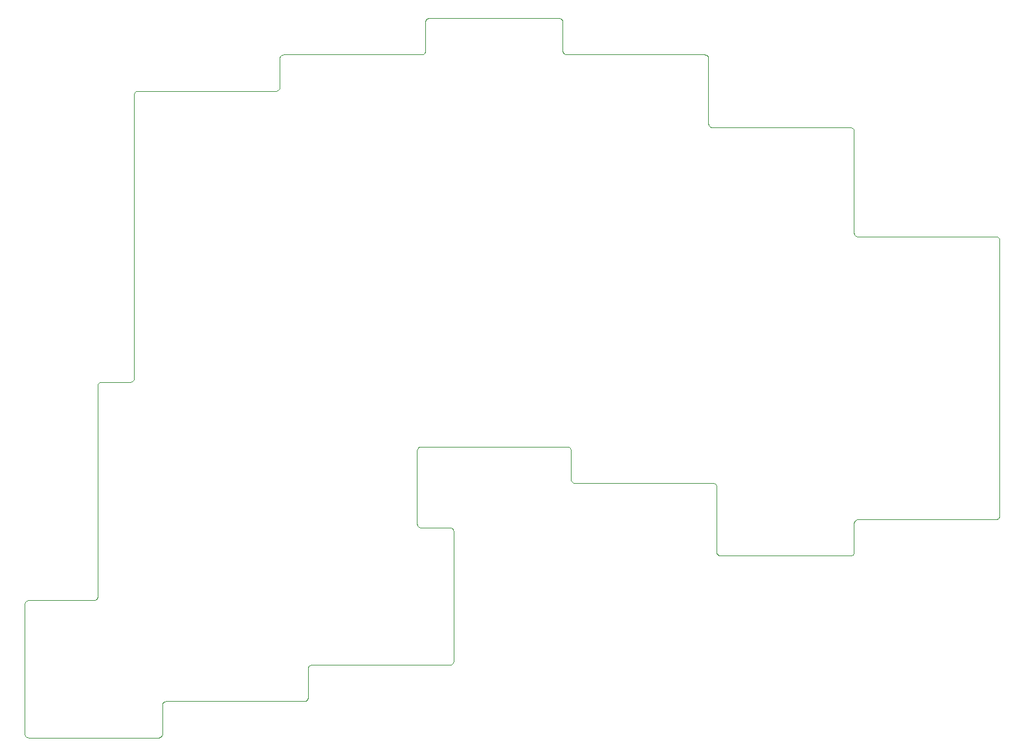
<source format=gm1>
G04 #@! TF.GenerationSoftware,KiCad,Pcbnew,5.1.10-88a1d61d58~88~ubuntu18.04.1*
G04 #@! TF.CreationDate,2021-07-26T22:38:52+03:00*
G04 #@! TF.ProjectId,pcb,7063622e-6b69-4636-9164-5f7063625858,rev?*
G04 #@! TF.SameCoordinates,Original*
G04 #@! TF.FileFunction,Profile,NP*
%FSLAX46Y46*%
G04 Gerber Fmt 4.6, Leading zero omitted, Abs format (unit mm)*
G04 Created by KiCad (PCBNEW 5.1.10-88a1d61d58~88~ubuntu18.04.1) date 2021-07-26 22:38:52*
%MOMM*%
%LPD*%
G01*
G04 APERTURE LIST*
G04 #@! TA.AperFunction,Profile*
%ADD10C,0.100000*%
G04 #@! TD*
G04 APERTURE END LIST*
D10*
X42887000Y80427500D02*
X24853000Y80427500D01*
X42888900Y80427600D02*
X42887000Y80427500D01*
X42981700Y80436300D02*
X42888900Y80427600D01*
X42983900Y80436700D02*
X42981700Y80436300D01*
X43044400Y80452300D02*
X42983900Y80436700D01*
X43046000Y80452800D02*
X43044400Y80452300D01*
X43103800Y80475700D02*
X43046000Y80452800D01*
X43105400Y80476400D02*
X43103800Y80475700D01*
X43159900Y80506400D02*
X43105400Y80476400D01*
X43161500Y80507400D02*
X43159900Y80506400D01*
X43211800Y80544000D02*
X43161500Y80507400D01*
X43213200Y80545100D02*
X43211800Y80544000D01*
X43258700Y80587800D02*
X43213200Y80545100D01*
X43259800Y80589000D02*
X43258700Y80587800D01*
X43299500Y80637000D02*
X43259800Y80589000D01*
X43300600Y80638600D02*
X43299500Y80637000D01*
X43333800Y80690900D02*
X43300600Y80638600D01*
X43334900Y80692700D02*
X43333800Y80690900D01*
X43361300Y80748800D02*
X43334900Y80692700D01*
X43362000Y80750700D02*
X43361300Y80748800D01*
X43381200Y80809600D02*
X43362000Y80750700D01*
X43381700Y80811600D02*
X43381200Y80809600D01*
X43393300Y80872600D02*
X43381700Y80811600D01*
X43393600Y80874600D02*
X43393300Y80872600D01*
X43397400Y80936600D02*
X43393600Y80874600D01*
X43397500Y80937900D02*
X43397400Y80936600D01*
X43397500Y84675400D02*
X43397500Y80937900D01*
X43397500Y84676400D02*
X43397500Y84675400D01*
X43409100Y84798700D02*
X43397500Y84676400D01*
X43409400Y84800200D02*
X43409100Y84798700D01*
X43422300Y84850500D02*
X43409400Y84800200D01*
X43422700Y84851700D02*
X43422300Y84850500D01*
X43444800Y84907600D02*
X43422700Y84851700D01*
X43445300Y84908700D02*
X43444800Y84907600D01*
X43474300Y84961500D02*
X43445300Y84908700D01*
X43475000Y84962600D02*
X43474300Y84961500D01*
X43510300Y85011200D02*
X43475000Y84962600D01*
X43511100Y85012100D02*
X43510300Y85011200D01*
X43552300Y85056000D02*
X43511100Y85012100D01*
X43553300Y85056900D02*
X43552300Y85056000D01*
X43599600Y85095200D02*
X43553300Y85056900D01*
X43600600Y85096000D02*
X43599600Y85095200D01*
X43651300Y85128200D02*
X43600600Y85096000D01*
X43652400Y85128800D02*
X43651300Y85128200D01*
X43706900Y85154400D02*
X43652400Y85128800D01*
X43708100Y85154800D02*
X43706900Y85154400D01*
X43765100Y85173400D02*
X43708100Y85154800D01*
X43766400Y85173700D02*
X43765100Y85173400D01*
X43825700Y85185000D02*
X43766400Y85173700D01*
X43827000Y85185200D02*
X43825700Y85185000D01*
X43903000Y85190000D02*
X43827000Y85185200D01*
X60862900Y85190000D02*
X43903000Y85190000D01*
X60863900Y85189900D02*
X60862900Y85190000D01*
X60986200Y85178400D02*
X60863900Y85189900D01*
X60987700Y85178100D02*
X60986200Y85178400D01*
X61038000Y85165200D02*
X60987700Y85178100D01*
X61039200Y85164800D02*
X61038000Y85165200D01*
X61095100Y85142700D02*
X61039200Y85164800D01*
X61096200Y85142100D02*
X61095100Y85142700D01*
X61149000Y85113100D02*
X61096200Y85142100D01*
X61150100Y85112500D02*
X61149000Y85113100D01*
X61198700Y85077100D02*
X61150100Y85112500D01*
X61199600Y85076300D02*
X61198700Y85077100D01*
X61243500Y85035100D02*
X61199600Y85076300D01*
X61244400Y85034200D02*
X61243500Y85035100D01*
X61282700Y84987900D02*
X61244400Y85034200D01*
X61283500Y84986800D02*
X61282700Y84987900D01*
X61315700Y84936100D02*
X61283500Y84986800D01*
X61316300Y84935000D02*
X61315700Y84936100D01*
X61341900Y84880600D02*
X61316300Y84935000D01*
X61342300Y84879400D02*
X61341900Y84880600D01*
X61360900Y84822300D02*
X61342300Y84879400D01*
X61361200Y84821100D02*
X61360900Y84822300D01*
X61372500Y84761700D02*
X61361200Y84821100D01*
X61372700Y84760500D02*
X61372500Y84761700D01*
X61377500Y84684500D02*
X61372700Y84760500D01*
X61377500Y80938000D02*
X61377500Y84684500D01*
X61377600Y80936100D02*
X61377500Y80938000D01*
X61386300Y80843300D02*
X61377600Y80936100D01*
X61386700Y80841100D02*
X61386300Y80843300D01*
X61402300Y80780500D02*
X61386700Y80841100D01*
X61402800Y80779000D02*
X61402300Y80780500D01*
X61425700Y80721200D02*
X61402800Y80779000D01*
X61426400Y80719600D02*
X61425700Y80721200D01*
X61456400Y80665100D02*
X61426400Y80719600D01*
X61457400Y80663500D02*
X61456400Y80665100D01*
X61494000Y80613200D02*
X61457400Y80663500D01*
X61495100Y80611800D02*
X61494000Y80613200D01*
X61537800Y80566300D02*
X61495100Y80611800D01*
X61539000Y80565200D02*
X61537800Y80566300D01*
X61587000Y80525500D02*
X61539000Y80565200D01*
X61588600Y80524300D02*
X61587000Y80525500D01*
X61640900Y80491100D02*
X61588600Y80524300D01*
X61642700Y80490100D02*
X61640900Y80491100D01*
X61698800Y80463700D02*
X61642700Y80490100D01*
X61700700Y80463000D02*
X61698800Y80463700D01*
X61759600Y80443800D02*
X61700700Y80463000D01*
X61761600Y80443300D02*
X61759600Y80443800D01*
X61822600Y80431700D02*
X61761600Y80443300D01*
X61824600Y80431400D02*
X61822600Y80431700D01*
X61886700Y80427500D02*
X61824600Y80431400D01*
X61887900Y80427500D02*
X61886700Y80427500D01*
X79912900Y80427500D02*
X61887900Y80427500D01*
X79913900Y80427400D02*
X79912900Y80427500D01*
X80036200Y80415900D02*
X79913900Y80427400D01*
X80037700Y80415600D02*
X80036200Y80415900D01*
X80088000Y80402700D02*
X80037700Y80415600D01*
X80089200Y80402300D02*
X80088000Y80402700D01*
X80145100Y80380200D02*
X80089200Y80402300D01*
X80146200Y80379600D02*
X80145100Y80380200D01*
X80199000Y80350600D02*
X80146200Y80379600D01*
X80200100Y80350000D02*
X80199000Y80350600D01*
X80248700Y80314600D02*
X80200100Y80350000D01*
X80249600Y80313800D02*
X80248700Y80314600D01*
X80293500Y80272600D02*
X80249600Y80313800D01*
X80294400Y80271700D02*
X80293500Y80272600D01*
X80332700Y80225400D02*
X80294400Y80271700D01*
X80333500Y80224300D02*
X80332700Y80225400D01*
X80365700Y80173600D02*
X80333500Y80224300D01*
X80366300Y80172500D02*
X80365700Y80173600D01*
X80391900Y80118100D02*
X80366300Y80172500D01*
X80392300Y80116900D02*
X80391900Y80118100D01*
X80410900Y80059800D02*
X80392300Y80116900D01*
X80411200Y80058600D02*
X80410900Y80059800D01*
X80422500Y79999200D02*
X80411200Y80058600D01*
X80422700Y79998000D02*
X80422500Y79999200D01*
X80427500Y79922000D02*
X80422700Y79998000D01*
X80427500Y71413000D02*
X80427500Y79922000D01*
X80427600Y71411100D02*
X80427500Y71413000D01*
X80436300Y71318300D02*
X80427600Y71411100D01*
X80436700Y71316100D02*
X80436300Y71318300D01*
X80452300Y71255500D02*
X80436700Y71316100D01*
X80452800Y71254000D02*
X80452300Y71255500D01*
X80475700Y71196200D02*
X80452800Y71254000D01*
X80476400Y71194600D02*
X80475700Y71196200D01*
X80506400Y71140100D02*
X80476400Y71194600D01*
X80507400Y71138500D02*
X80506400Y71140100D01*
X80544000Y71088200D02*
X80507400Y71138500D01*
X80545100Y71086800D02*
X80544000Y71088200D01*
X80587800Y71041300D02*
X80545100Y71086800D01*
X80589000Y71040200D02*
X80587800Y71041300D01*
X80637000Y71000500D02*
X80589000Y71040200D01*
X80638600Y70999300D02*
X80637000Y71000500D01*
X80690900Y70966200D02*
X80638600Y70999300D01*
X80692700Y70965100D02*
X80690900Y70966200D01*
X80748800Y70938700D02*
X80692700Y70965100D01*
X80750700Y70938000D02*
X80748800Y70938700D01*
X80809600Y70918800D02*
X80750700Y70938000D01*
X80811600Y70918300D02*
X80809600Y70918800D01*
X80872600Y70906700D02*
X80811600Y70918300D01*
X80874600Y70906400D02*
X80872600Y70906700D01*
X80936700Y70902500D02*
X80874600Y70906400D01*
X80937900Y70902500D02*
X80936700Y70902500D01*
X98962900Y70902500D02*
X80937900Y70902500D01*
X98963900Y70902500D02*
X98962900Y70902500D01*
X99086200Y70890900D02*
X98963900Y70902500D01*
X99087700Y70890600D02*
X99086200Y70890900D01*
X99138000Y70877700D02*
X99087700Y70890600D01*
X99139200Y70877300D02*
X99138000Y70877700D01*
X99195100Y70855200D02*
X99139200Y70877300D01*
X99196200Y70854600D02*
X99195100Y70855200D01*
X99249000Y70825700D02*
X99196200Y70854600D01*
X99250100Y70825000D02*
X99249000Y70825700D01*
X99298700Y70789600D02*
X99250100Y70825000D01*
X99299700Y70788800D02*
X99298700Y70789600D01*
X99343500Y70747700D02*
X99299700Y70788800D01*
X99344400Y70746700D02*
X99343500Y70747700D01*
X99382700Y70700400D02*
X99344400Y70746700D01*
X99383500Y70699300D02*
X99382700Y70700400D01*
X99415700Y70648700D02*
X99383500Y70699300D01*
X99416300Y70647600D02*
X99415700Y70648700D01*
X99441900Y70593100D02*
X99416300Y70647600D01*
X99442400Y70591900D02*
X99441900Y70593100D01*
X99460900Y70534900D02*
X99442400Y70591900D01*
X99461200Y70533600D02*
X99460900Y70534900D01*
X99472500Y70474200D02*
X99461200Y70533600D01*
X99472700Y70473000D02*
X99472500Y70474200D01*
X99477500Y70397000D02*
X99472700Y70473000D01*
X99477500Y57125500D02*
X99477500Y70397000D01*
X99477600Y57123600D02*
X99477500Y57125500D01*
X99486300Y57030800D02*
X99477600Y57123600D01*
X99486700Y57028600D02*
X99486300Y57030800D01*
X99502300Y56968000D02*
X99486700Y57028600D01*
X99502800Y56966500D02*
X99502300Y56968000D01*
X99525700Y56908700D02*
X99502800Y56966500D01*
X99526400Y56907100D02*
X99525700Y56908700D01*
X99556400Y56852600D02*
X99526400Y56907100D01*
X99557400Y56851000D02*
X99556400Y56852600D01*
X99594000Y56800700D02*
X99557400Y56851000D01*
X99595100Y56799300D02*
X99594000Y56800700D01*
X99637800Y56753800D02*
X99595100Y56799300D01*
X99639000Y56752700D02*
X99637800Y56753800D01*
X99687000Y56713000D02*
X99639000Y56752700D01*
X99688600Y56711800D02*
X99687000Y56713000D01*
X99740900Y56678600D02*
X99688600Y56711800D01*
X99742700Y56677600D02*
X99740900Y56678600D01*
X99798800Y56651200D02*
X99742700Y56677600D01*
X99800800Y56650500D02*
X99798800Y56651200D01*
X99859600Y56631300D02*
X99800800Y56650500D01*
X99861600Y56630800D02*
X99859600Y56631300D01*
X99922600Y56619200D02*
X99861600Y56630800D01*
X99924600Y56618900D02*
X99922600Y56619200D01*
X99986700Y56615000D02*
X99924600Y56618900D01*
X99987900Y56615000D02*
X99986700Y56615000D01*
X118013000Y56615000D02*
X99987900Y56615000D01*
X118014000Y56614900D02*
X118013000Y56615000D01*
X118136000Y56603400D02*
X118014000Y56614900D01*
X118138000Y56603100D02*
X118136000Y56603400D01*
X118188000Y56590200D02*
X118138000Y56603100D01*
X118189000Y56589800D02*
X118188000Y56590200D01*
X118245000Y56567700D02*
X118189000Y56589800D01*
X118246000Y56567100D02*
X118245000Y56567700D01*
X118299000Y56538100D02*
X118246000Y56567100D01*
X118300000Y56537500D02*
X118299000Y56538100D01*
X118349000Y56502100D02*
X118300000Y56537500D01*
X118350000Y56501300D02*
X118349000Y56502100D01*
X118394000Y56460100D02*
X118350000Y56501300D01*
X118394000Y56459200D02*
X118394000Y56460100D01*
X118433000Y56412900D02*
X118394000Y56459200D01*
X118433000Y56411800D02*
X118433000Y56412900D01*
X118466000Y56361100D02*
X118433000Y56411800D01*
X118466000Y56360000D02*
X118466000Y56361100D01*
X118492000Y56305600D02*
X118466000Y56360000D01*
X118492000Y56304400D02*
X118492000Y56305600D01*
X118511000Y56247300D02*
X118492000Y56304400D01*
X118511000Y56246100D02*
X118511000Y56247300D01*
X118523000Y56186700D02*
X118511000Y56246100D01*
X118523000Y56185500D02*
X118523000Y56186700D01*
X118527000Y56109500D02*
X118523000Y56185500D01*
X118527000Y20099500D02*
X118527000Y56109500D01*
X118527000Y20098600D02*
X118527000Y20099500D01*
X118516000Y19976300D02*
X118527000Y20098600D01*
X118516000Y19974800D02*
X118516000Y19976300D01*
X118503000Y19924500D02*
X118516000Y19974800D01*
X118502000Y19923300D02*
X118503000Y19924500D01*
X118480000Y19867400D02*
X118502000Y19923300D01*
X118480000Y19866200D02*
X118480000Y19867400D01*
X118451000Y19813500D02*
X118480000Y19866200D01*
X118450000Y19812400D02*
X118451000Y19813500D01*
X118415000Y19763800D02*
X118450000Y19812400D01*
X118414000Y19762800D02*
X118415000Y19763800D01*
X118373000Y19719000D02*
X118414000Y19762800D01*
X118372000Y19718100D02*
X118373000Y19719000D01*
X118325000Y19679700D02*
X118372000Y19718100D01*
X118324000Y19679000D02*
X118325000Y19679700D01*
X118274000Y19646800D02*
X118324000Y19679000D01*
X118273000Y19646200D02*
X118274000Y19646800D01*
X118218000Y19620600D02*
X118273000Y19646200D01*
X118217000Y19620100D02*
X118218000Y19620600D01*
X118160000Y19601600D02*
X118217000Y19620100D01*
X118159000Y19601300D02*
X118160000Y19601600D01*
X118099000Y19589900D02*
X118159000Y19601300D01*
X118098000Y19589800D02*
X118099000Y19589900D01*
X118022000Y19585000D02*
X118098000Y19589800D01*
X99988000Y19585000D02*
X118022000Y19585000D01*
X99986100Y19584900D02*
X99988000Y19585000D01*
X99893300Y19576100D02*
X99986100Y19584900D01*
X99891100Y19575700D02*
X99893300Y19576100D01*
X99830600Y19560200D02*
X99891100Y19575700D01*
X99829000Y19559700D02*
X99830600Y19560200D01*
X99771200Y19536800D02*
X99829000Y19559700D01*
X99769600Y19536100D02*
X99771200Y19536800D01*
X99715100Y19506100D02*
X99769600Y19536100D01*
X99713500Y19505000D02*
X99715100Y19506100D01*
X99663200Y19468500D02*
X99713500Y19505000D01*
X99661800Y19467400D02*
X99663200Y19468500D01*
X99616300Y19424600D02*
X99661800Y19467400D01*
X99615200Y19423500D02*
X99616300Y19424600D01*
X99575500Y19375500D02*
X99615200Y19423500D01*
X99574300Y19373900D02*
X99575500Y19375500D01*
X99541200Y19321600D02*
X99574300Y19373900D01*
X99540100Y19319800D02*
X99541200Y19321600D01*
X99513700Y19263700D02*
X99540100Y19319800D01*
X99513000Y19261700D02*
X99513700Y19263700D01*
X99493800Y19202900D02*
X99513000Y19261700D01*
X99493300Y19200900D02*
X99493800Y19202900D01*
X99481700Y19139900D02*
X99493300Y19200900D01*
X99481400Y19137800D02*
X99481700Y19139900D01*
X99477500Y19075600D02*
X99481400Y19137800D01*
X99477500Y19074600D02*
X99477500Y19075600D01*
X99477500Y15337100D02*
X99477500Y19074600D01*
X99477400Y15336100D02*
X99477500Y15337100D01*
X99465900Y15213800D02*
X99477400Y15336100D01*
X99465600Y15212300D02*
X99465900Y15213800D01*
X99452700Y15162000D02*
X99465600Y15212300D01*
X99452300Y15160800D02*
X99452700Y15162000D01*
X99430200Y15104900D02*
X99452300Y15160800D01*
X99429600Y15103700D02*
X99430200Y15104900D01*
X99400700Y15051000D02*
X99429600Y15103700D01*
X99400000Y15049900D02*
X99400700Y15051000D01*
X99364600Y15001300D02*
X99400000Y15049900D01*
X99363800Y15000300D02*
X99364600Y15001300D01*
X99322600Y14956500D02*
X99363800Y15000300D01*
X99321700Y14955600D02*
X99322600Y14956500D01*
X99275400Y14917300D02*
X99321700Y14955600D01*
X99274300Y14916500D02*
X99275400Y14917300D01*
X99223600Y14884300D02*
X99274300Y14916500D01*
X99222500Y14883700D02*
X99223600Y14884300D01*
X99168100Y14858100D02*
X99222500Y14883700D01*
X99166900Y14857600D02*
X99168100Y14858100D01*
X99109800Y14839100D02*
X99166900Y14857600D01*
X99108600Y14838800D02*
X99109800Y14839100D01*
X99049200Y14827400D02*
X99108600Y14838800D01*
X99048000Y14827300D02*
X99049200Y14827400D01*
X98972000Y14822500D02*
X99048000Y14827300D01*
X82012100Y14822500D02*
X98972000Y14822500D01*
X82011100Y14822500D02*
X82012100Y14822500D01*
X81888800Y14834100D02*
X82011100Y14822500D01*
X81887300Y14834400D02*
X81888800Y14834100D01*
X81837000Y14847300D02*
X81887300Y14834400D01*
X81835800Y14847700D02*
X81837000Y14847300D01*
X81779900Y14869800D02*
X81835800Y14847700D01*
X81778700Y14870300D02*
X81779900Y14869800D01*
X81726000Y14899300D02*
X81778700Y14870300D01*
X81724900Y14900000D02*
X81726000Y14899300D01*
X81676300Y14935300D02*
X81724900Y14900000D01*
X81675300Y14936100D02*
X81676300Y14935300D01*
X81631500Y14977300D02*
X81675300Y14936100D01*
X81630600Y14978300D02*
X81631500Y14977300D01*
X81592300Y15024600D02*
X81630600Y14978300D01*
X81591500Y15025700D02*
X81592300Y15024600D01*
X81559300Y15076300D02*
X81591500Y15025700D01*
X81558700Y15077400D02*
X81559300Y15076300D01*
X81533100Y15131900D02*
X81558700Y15077400D01*
X81532600Y15133100D02*
X81533100Y15131900D01*
X81514100Y15190100D02*
X81532600Y15133100D01*
X81513800Y15191400D02*
X81514100Y15190100D01*
X81502400Y15250700D02*
X81513800Y15191400D01*
X81502300Y15252000D02*
X81502400Y15250700D01*
X81497500Y15328000D02*
X81502300Y15252000D01*
X81497500Y23837000D02*
X81497500Y15328000D01*
X81497400Y23838900D02*
X81497500Y23837000D01*
X81488600Y23931700D02*
X81497400Y23838900D01*
X81488300Y23933900D02*
X81488600Y23931700D01*
X81472700Y23994400D02*
X81488300Y23933900D01*
X81472200Y23996000D02*
X81472700Y23994400D01*
X81449300Y24053800D02*
X81472200Y23996000D01*
X81448600Y24055400D02*
X81449300Y24053800D01*
X81418600Y24109900D02*
X81448600Y24055400D01*
X81417500Y24111500D02*
X81418600Y24109900D01*
X81381000Y24161800D02*
X81417500Y24111500D01*
X81379900Y24163200D02*
X81381000Y24161800D01*
X81337100Y24208700D02*
X81379900Y24163200D01*
X81336000Y24209800D02*
X81337100Y24208700D01*
X81288000Y24249500D02*
X81336000Y24209800D01*
X81286400Y24250700D02*
X81288000Y24249500D01*
X81234100Y24283800D02*
X81286400Y24250700D01*
X81232300Y24284900D02*
X81234100Y24283800D01*
X81176200Y24311300D02*
X81232300Y24284900D01*
X81174200Y24312000D02*
X81176200Y24311300D01*
X81115400Y24331200D02*
X81174200Y24312000D01*
X81113400Y24331700D02*
X81115400Y24331200D01*
X81052400Y24343300D02*
X81113400Y24331700D01*
X81050400Y24343600D02*
X81052400Y24343300D01*
X80988300Y24347500D02*
X81050400Y24343600D01*
X80987100Y24347500D02*
X80988300Y24347500D01*
X62962100Y24347500D02*
X80987100Y24347500D01*
X62961100Y24347500D02*
X62962100Y24347500D01*
X62838800Y24359100D02*
X62961100Y24347500D01*
X62837300Y24359400D02*
X62838800Y24359100D01*
X62787000Y24372300D02*
X62837300Y24359400D01*
X62785800Y24372700D02*
X62787000Y24372300D01*
X62729900Y24394800D02*
X62785800Y24372700D01*
X62728700Y24395400D02*
X62729900Y24394800D01*
X62676000Y24424300D02*
X62728700Y24395400D01*
X62674900Y24425000D02*
X62676000Y24424300D01*
X62626300Y24460400D02*
X62674900Y24425000D01*
X62625300Y24461200D02*
X62626300Y24460400D01*
X62581500Y24502300D02*
X62625300Y24461200D01*
X62580600Y24503300D02*
X62581500Y24502300D01*
X62542300Y24549600D02*
X62580600Y24503300D01*
X62541500Y24550700D02*
X62542300Y24549600D01*
X62509300Y24601300D02*
X62541500Y24550700D01*
X62508700Y24602400D02*
X62509300Y24601300D01*
X62483100Y24656900D02*
X62508700Y24602400D01*
X62482600Y24658100D02*
X62483100Y24656900D01*
X62464100Y24715100D02*
X62482600Y24658100D01*
X62463800Y24716400D02*
X62464100Y24715100D01*
X62452400Y24775800D02*
X62463800Y24716400D01*
X62452300Y24777000D02*
X62452400Y24775800D01*
X62447500Y24853000D02*
X62452300Y24777000D01*
X62447500Y28599500D02*
X62447500Y24853000D01*
X62447400Y28601400D02*
X62447500Y28599500D01*
X62438600Y28694200D02*
X62447400Y28601400D01*
X62438200Y28696400D02*
X62438600Y28694200D01*
X62422700Y28756900D02*
X62438200Y28696400D01*
X62422200Y28758500D02*
X62422700Y28756900D01*
X62399300Y28816300D02*
X62422200Y28758500D01*
X62398600Y28817900D02*
X62399300Y28816300D01*
X62368600Y28872400D02*
X62398600Y28817900D01*
X62367500Y28874000D02*
X62368600Y28872400D01*
X62331000Y28924300D02*
X62367500Y28874000D01*
X62329900Y28925700D02*
X62331000Y28924300D01*
X62287100Y28971200D02*
X62329900Y28925700D01*
X62286000Y28972300D02*
X62287100Y28971200D01*
X62238000Y29012000D02*
X62286000Y28972300D01*
X62236400Y29013200D02*
X62238000Y29012000D01*
X62184100Y29046300D02*
X62236400Y29013200D01*
X62182300Y29047400D02*
X62184100Y29046300D01*
X62126200Y29073800D02*
X62182300Y29047400D01*
X62124200Y29074500D02*
X62126200Y29073800D01*
X62065400Y29093700D02*
X62124200Y29074500D01*
X62063400Y29094200D02*
X62065400Y29093700D01*
X62002400Y29105800D02*
X62063400Y29094200D01*
X62000400Y29106100D02*
X62002400Y29105800D01*
X61938300Y29110000D02*
X62000400Y29106100D01*
X61937100Y29110000D02*
X61938300Y29110000D01*
X42838000Y29110000D02*
X61937100Y29110000D01*
X42836100Y29109900D02*
X42838000Y29110000D01*
X42743300Y29101200D02*
X42836100Y29109900D01*
X42741100Y29100800D02*
X42743300Y29101200D01*
X42680600Y29085200D02*
X42741100Y29100800D01*
X42679000Y29084700D02*
X42680600Y29085200D01*
X42621200Y29061800D02*
X42679000Y29084700D01*
X42619600Y29061100D02*
X42621200Y29061800D01*
X42565100Y29031100D02*
X42619600Y29061100D01*
X42563400Y29030000D02*
X42565100Y29031100D01*
X42513200Y28993500D02*
X42563400Y29030000D01*
X42511800Y28992400D02*
X42513200Y28993500D01*
X42466300Y28949600D02*
X42511800Y28992400D01*
X42465200Y28948500D02*
X42466300Y28949600D01*
X42425400Y28900500D02*
X42465200Y28948500D01*
X42424300Y28898900D02*
X42425400Y28900500D01*
X42391100Y28846600D02*
X42424300Y28898900D01*
X42390100Y28844800D02*
X42391100Y28846600D01*
X42363700Y28788700D02*
X42390100Y28844800D01*
X42362900Y28786700D02*
X42363700Y28788700D01*
X42343800Y28727900D02*
X42362900Y28786700D01*
X42343300Y28725900D02*
X42343800Y28727900D01*
X42331700Y28664900D02*
X42343300Y28725900D01*
X42331400Y28662900D02*
X42331700Y28664900D01*
X42327500Y28600600D02*
X42331400Y28662900D01*
X42327500Y28599600D02*
X42327500Y28600600D01*
X42327500Y19025500D02*
X42327500Y28599600D01*
X42327600Y19023600D02*
X42327500Y19025500D01*
X42336300Y18930800D02*
X42327600Y19023600D01*
X42336700Y18928600D02*
X42336300Y18930800D01*
X42352300Y18868000D02*
X42336700Y18928600D01*
X42352800Y18866500D02*
X42352300Y18868000D01*
X42375700Y18808700D02*
X42352800Y18866500D01*
X42376400Y18807100D02*
X42375700Y18808700D01*
X42406400Y18752600D02*
X42376400Y18807100D01*
X42407400Y18750900D02*
X42406400Y18752600D01*
X42444000Y18700700D02*
X42407400Y18750900D01*
X42445100Y18699300D02*
X42444000Y18700700D01*
X42487800Y18653800D02*
X42445100Y18699300D01*
X42489000Y18652700D02*
X42487800Y18653800D01*
X42537000Y18612900D02*
X42489000Y18652700D01*
X42538600Y18611800D02*
X42537000Y18612900D01*
X42590900Y18578600D02*
X42538600Y18611800D01*
X42592700Y18577600D02*
X42590900Y18578600D01*
X42648800Y18551200D02*
X42592700Y18577600D01*
X42650700Y18550400D02*
X42648800Y18551200D01*
X42709600Y18531300D02*
X42650700Y18550400D01*
X42711600Y18530800D02*
X42709600Y18531300D01*
X42772600Y18519200D02*
X42711600Y18530800D01*
X42774600Y18518900D02*
X42772600Y18519200D01*
X42836700Y18515000D02*
X42774600Y18518900D01*
X42837900Y18515000D02*
X42836700Y18515000D01*
X46575400Y18515000D02*
X42837900Y18515000D01*
X46576400Y18514900D02*
X46575400Y18515000D01*
X46698700Y18503400D02*
X46576400Y18514900D01*
X46700200Y18503100D02*
X46698700Y18503400D01*
X46750500Y18490200D02*
X46700200Y18503100D01*
X46751700Y18489800D02*
X46750500Y18490200D01*
X46807600Y18467700D02*
X46751700Y18489800D01*
X46808700Y18467100D02*
X46807600Y18467700D01*
X46861500Y18438100D02*
X46808700Y18467100D01*
X46862600Y18437500D02*
X46861500Y18438100D01*
X46911200Y18402100D02*
X46862600Y18437500D01*
X46912200Y18401300D02*
X46911200Y18402100D01*
X46956000Y18360100D02*
X46912200Y18401300D01*
X46956900Y18359200D02*
X46956000Y18360100D01*
X46995200Y18312900D02*
X46956900Y18359200D01*
X46996000Y18311800D02*
X46995200Y18312900D01*
X47028200Y18261100D02*
X46996000Y18311800D01*
X47028800Y18260000D02*
X47028200Y18261100D01*
X47054400Y18205600D02*
X47028800Y18260000D01*
X47054900Y18204400D02*
X47054400Y18205600D01*
X47073400Y18147300D02*
X47054900Y18204400D01*
X47073700Y18146100D02*
X47073400Y18147300D01*
X47085100Y18086700D02*
X47073700Y18146100D01*
X47085200Y18085500D02*
X47085100Y18086700D01*
X47090000Y18009500D02*
X47085200Y18085500D01*
X47090000Y1049560D02*
X47090000Y18009500D01*
X47090000Y1048610D02*
X47090000Y1049560D01*
X47078400Y926315D02*
X47090000Y1048610D01*
X47078100Y924774D02*
X47078400Y926315D01*
X47065200Y874512D02*
X47078100Y924774D01*
X47064800Y873322D02*
X47065200Y874512D01*
X47042700Y817398D02*
X47064800Y873322D01*
X47042100Y816254D02*
X47042700Y817398D01*
X47013200Y763489D02*
X47042100Y816254D01*
X47012500Y762436D02*
X47013200Y763489D01*
X46977100Y713821D02*
X47012500Y762436D01*
X46976300Y712845D02*
X46977100Y713821D01*
X46935200Y668976D02*
X46976300Y712845D01*
X46934200Y668121D02*
X46935200Y668976D01*
X46887900Y629761D02*
X46934200Y668121D01*
X46886800Y629028D02*
X46887900Y629761D01*
X46836200Y596832D02*
X46886800Y629028D01*
X46835100Y596222D02*
X46836200Y596832D01*
X46780600Y570602D02*
X46835100Y596222D01*
X46779400Y570145D02*
X46780600Y570602D01*
X46722400Y551605D02*
X46779400Y570145D01*
X46721100Y551285D02*
X46722400Y551605D01*
X46661700Y539948D02*
X46721100Y551285D01*
X46660500Y539795D02*
X46661700Y539948D01*
X46584500Y535019D02*
X46660500Y539795D01*
X28550500Y535004D02*
X46584500Y535019D01*
X28548600Y534912D02*
X28550500Y535004D01*
X28455800Y526154D02*
X28548600Y534912D01*
X28453600Y525757D02*
X28455800Y526154D01*
X28393100Y510223D02*
X28453600Y525757D01*
X28391500Y509704D02*
X28393100Y510223D01*
X28333700Y486816D02*
X28391500Y509704D01*
X28332100Y486069D02*
X28333700Y486816D01*
X28277600Y456085D02*
X28332100Y486069D01*
X28276000Y455048D02*
X28277600Y456085D01*
X28225700Y418518D02*
X28276000Y455048D01*
X28224300Y417404D02*
X28225700Y418518D01*
X28178800Y374649D02*
X28224300Y417404D01*
X28177700Y373489D02*
X28178800Y374649D01*
X28138000Y325470D02*
X28177700Y373489D01*
X28136800Y323929D02*
X28138000Y325470D01*
X28103700Y271622D02*
X28136800Y323929D01*
X28102600Y269791D02*
X28103700Y271622D01*
X28076200Y213669D02*
X28102600Y269791D01*
X28075500Y211746D02*
X28076200Y213669D01*
X28056300Y152863D02*
X28075500Y211746D01*
X28055800Y150864D02*
X28056300Y152863D01*
X28044200Y89904D02*
X28055800Y150864D01*
X28043900Y87860D02*
X28044200Y89904D01*
X28040000Y25619D02*
X28043900Y87860D01*
X28040000Y24627D02*
X28040000Y25619D01*
X28040000Y-3712940D02*
X28040000Y24627D01*
X28039900Y-3713880D02*
X28040000Y-3712940D01*
X28028400Y-3836180D02*
X28039900Y-3713880D01*
X28028100Y-3837720D02*
X28028400Y-3836180D01*
X28015200Y-3887990D02*
X28028100Y-3837720D01*
X28014800Y-3889180D02*
X28015200Y-3887990D01*
X27992700Y-3945100D02*
X28014800Y-3889180D01*
X27992100Y-3946240D02*
X27992700Y-3945100D01*
X27963200Y-3999010D02*
X27992100Y-3946240D01*
X27962500Y-4000060D02*
X27963200Y-3999010D01*
X27927100Y-4048680D02*
X27962500Y-4000060D01*
X27926300Y-4049649D02*
X27927100Y-4048680D01*
X27885100Y-4093520D02*
X27926300Y-4049649D01*
X27884200Y-4094380D02*
X27885100Y-4093520D01*
X27837900Y-4132740D02*
X27884200Y-4094380D01*
X27836800Y-4133470D02*
X27837900Y-4132740D01*
X27786100Y-4165660D02*
X27836800Y-4133470D01*
X27785000Y-4166280D02*
X27786100Y-4165660D01*
X27730600Y-4191890D02*
X27785000Y-4166280D01*
X27729400Y-4192350D02*
X27730600Y-4191890D01*
X27672300Y-4210890D02*
X27729400Y-4192350D01*
X27671100Y-4211210D02*
X27672300Y-4210890D01*
X27611700Y-4222550D02*
X27671100Y-4211210D01*
X27610500Y-4222700D02*
X27611700Y-4222550D01*
X27534500Y-4227480D02*
X27610500Y-4222700D01*
X9500490Y-4227490D02*
X27534500Y-4227480D01*
X9498610Y-4227580D02*
X9500490Y-4227490D01*
X9405790Y-4236340D02*
X9498610Y-4227580D01*
X9403580Y-4236740D02*
X9405790Y-4236340D01*
X9343120Y-4252270D02*
X9403580Y-4236740D01*
X9341480Y-4252790D02*
X9343120Y-4252270D01*
X9283710Y-4275680D02*
X9341480Y-4252790D01*
X9282100Y-4276430D02*
X9283710Y-4275680D01*
X9227570Y-4306410D02*
X9282100Y-4276430D01*
X9225950Y-4307450D02*
X9227570Y-4306410D01*
X9175670Y-4343980D02*
X9225950Y-4307450D01*
X9174300Y-4345090D02*
X9175670Y-4343980D01*
X9128770Y-4387850D02*
X9174300Y-4345090D01*
X9127670Y-4389010D02*
X9128770Y-4387850D01*
X9087950Y-4437030D02*
X9127670Y-4389010D01*
X9086840Y-4438570D02*
X9087950Y-4437030D01*
X9053650Y-4490880D02*
X9086840Y-4438570D01*
X9052630Y-4492710D02*
X9053650Y-4490880D01*
X9026230Y-4548830D02*
X9052630Y-4492710D01*
X9025450Y-4550750D02*
X9026230Y-4548830D01*
X9006320Y-4609630D02*
X9025450Y-4550750D01*
X9005810Y-4611630D02*
X9006320Y-4609630D01*
X8994190Y-4672590D02*
X9005810Y-4611630D01*
X8993930Y-4674640D02*
X8994190Y-4672590D01*
X8990020Y-4736880D02*
X8993930Y-4674640D01*
X8989990Y-4737870D02*
X8990020Y-4736880D01*
X8989990Y-8475430D02*
X8989990Y-4737870D01*
X8989940Y-8476380D02*
X8989990Y-8475430D01*
X8978380Y-8598680D02*
X8989940Y-8476380D01*
X8978120Y-8600220D02*
X8978380Y-8598680D01*
X8965230Y-8650480D02*
X8978120Y-8600220D01*
X8964830Y-8651670D02*
X8965230Y-8650480D01*
X8942670Y-8707600D02*
X8964830Y-8651670D01*
X8942140Y-8708740D02*
X8942670Y-8707600D01*
X8913150Y-8761510D02*
X8942140Y-8708740D01*
X8912480Y-8762560D02*
X8913150Y-8761510D01*
X8877140Y-8811170D02*
X8912480Y-8762560D01*
X8876340Y-8812150D02*
X8877140Y-8811170D01*
X8835140Y-8856020D02*
X8876340Y-8812150D01*
X8834230Y-8856870D02*
X8835140Y-8856020D01*
X8787860Y-8895230D02*
X8834230Y-8856870D01*
X8786830Y-8895970D02*
X8787860Y-8895230D01*
X8736150Y-8928160D02*
X8786830Y-8895970D01*
X8735050Y-8928770D02*
X8736150Y-8928160D01*
X8680560Y-8954390D02*
X8735050Y-8928770D01*
X8679400Y-8954850D02*
X8680560Y-8954390D01*
X8622340Y-8973390D02*
X8679400Y-8954850D01*
X8621120Y-8973710D02*
X8622340Y-8973390D01*
X8561740Y-8985050D02*
X8621120Y-8973710D01*
X8560490Y-8985200D02*
X8561740Y-8985050D01*
X8484470Y-8989970D02*
X8560490Y-8985200D01*
X-8475430Y-8989990D02*
X8484470Y-8989970D01*
X-8476380Y-8989940D02*
X-8475430Y-8989990D01*
X-8598680Y-8978380D02*
X-8476380Y-8989940D01*
X-8600220Y-8978120D02*
X-8598680Y-8978380D01*
X-8650480Y-8965230D02*
X-8600220Y-8978120D01*
X-8651670Y-8964830D02*
X-8650480Y-8965230D01*
X-8707600Y-8942670D02*
X-8651670Y-8964830D01*
X-8708740Y-8942140D02*
X-8707600Y-8942670D01*
X-8761510Y-8913150D02*
X-8708740Y-8942140D01*
X-8762560Y-8912480D02*
X-8761510Y-8913150D01*
X-8811170Y-8877140D02*
X-8762560Y-8912480D01*
X-8812150Y-8876340D02*
X-8811170Y-8877140D01*
X-8856020Y-8835140D02*
X-8812150Y-8876340D01*
X-8856870Y-8834230D02*
X-8856020Y-8835140D01*
X-8895230Y-8787860D02*
X-8856870Y-8834230D01*
X-8895970Y-8786830D02*
X-8895230Y-8787860D01*
X-8928160Y-8736150D02*
X-8895970Y-8786830D01*
X-8928770Y-8735050D02*
X-8928160Y-8736150D01*
X-8954390Y-8680560D02*
X-8928770Y-8735050D01*
X-8954850Y-8679400D02*
X-8954390Y-8680560D01*
X-8973390Y-8622340D02*
X-8954850Y-8679400D01*
X-8973710Y-8621120D02*
X-8973390Y-8622340D01*
X-8985050Y-8561740D02*
X-8973710Y-8621120D01*
X-8985200Y-8560490D02*
X-8985050Y-8561740D01*
X-8989970Y-8484470D02*
X-8985200Y-8560490D01*
X-8989990Y8475430D02*
X-8989970Y-8484470D01*
X-8989940Y8476380D02*
X-8989990Y8475430D01*
X-8978380Y8598680D02*
X-8989940Y8476380D01*
X-8978120Y8600220D02*
X-8978380Y8598680D01*
X-8965230Y8650480D02*
X-8978120Y8600220D01*
X-8964830Y8651670D02*
X-8965230Y8650480D01*
X-8942670Y8707600D02*
X-8964830Y8651670D01*
X-8942140Y8708740D02*
X-8942670Y8707600D01*
X-8913150Y8761510D02*
X-8942140Y8708740D01*
X-8912480Y8762560D02*
X-8913150Y8761510D01*
X-8877140Y8811170D02*
X-8912480Y8762560D01*
X-8876340Y8812150D02*
X-8877140Y8811170D01*
X-8835140Y8856020D02*
X-8876340Y8812150D01*
X-8834230Y8856870D02*
X-8835140Y8856020D01*
X-8787860Y8895230D02*
X-8834230Y8856870D01*
X-8786830Y8895970D02*
X-8787860Y8895230D01*
X-8736150Y8928160D02*
X-8786830Y8895970D01*
X-8735050Y8928770D02*
X-8736150Y8928160D01*
X-8680560Y8954390D02*
X-8735050Y8928770D01*
X-8679400Y8954850D02*
X-8680560Y8954390D01*
X-8622340Y8973390D02*
X-8679400Y8954850D01*
X-8621120Y8973710D02*
X-8622340Y8973390D01*
X-8561740Y8985050D02*
X-8621120Y8973710D01*
X-8560490Y8985200D02*
X-8561740Y8985050D01*
X-8484470Y8989970D02*
X-8560490Y8985200D01*
X24505Y8989990D02*
X-8484470Y8989970D01*
X26382Y8990080D02*
X24505Y8989990D01*
X119202Y8998840D02*
X26382Y8990080D01*
X121414Y8999240D02*
X119202Y8998840D01*
X181870Y9014770D02*
X121414Y8999240D01*
X183517Y9015290D02*
X181870Y9014770D01*
X241287Y9038180D02*
X183517Y9015290D01*
X242889Y9038930D02*
X241287Y9038180D01*
X297424Y9068910D02*
X242889Y9038930D01*
X299042Y9069950D02*
X297424Y9068910D01*
X349319Y9106480D02*
X299042Y9069950D01*
X350693Y9107590D02*
X349319Y9106480D01*
X396225Y9150340D02*
X350693Y9107590D01*
X397324Y9151500D02*
X396225Y9150340D01*
X437042Y9199520D02*
X397324Y9151500D01*
X438156Y9201070D02*
X437042Y9199520D01*
X471344Y9253370D02*
X438156Y9201070D01*
X472366Y9255200D02*
X471344Y9253370D01*
X498764Y9311330D02*
X472366Y9255200D01*
X499542Y9313250D02*
X498764Y9311330D01*
X518677Y9372130D02*
X499542Y9313250D01*
X519180Y9374130D02*
X518677Y9372130D01*
X530807Y9435090D02*
X519180Y9374130D01*
X531067Y9437130D02*
X530807Y9435090D01*
X534958Y9499110D02*
X531067Y9437130D01*
X535004Y9500370D02*
X534958Y9499110D01*
X535004Y37050400D02*
X535004Y9500370D01*
X535049Y37051400D02*
X535004Y37050400D01*
X546616Y37173700D02*
X535049Y37051400D01*
X546875Y37175200D02*
X546616Y37173700D01*
X559769Y37225500D02*
X546875Y37175200D01*
X560165Y37226700D02*
X559769Y37225500D01*
X582321Y37282600D02*
X560165Y37226700D01*
X582855Y37283700D02*
X582321Y37282600D01*
X611847Y37336500D02*
X582855Y37283700D01*
X612518Y37337600D02*
X611847Y37336500D01*
X647858Y37386200D02*
X612518Y37337600D01*
X648651Y37387100D02*
X647858Y37386200D01*
X689850Y37431000D02*
X648651Y37387100D01*
X690765Y37431900D02*
X689850Y37431000D01*
X737137Y37470200D02*
X690765Y37431900D01*
X738159Y37471000D02*
X737137Y37470200D01*
X788849Y37503200D02*
X738159Y37471000D01*
X789948Y37503800D02*
X788849Y37503200D01*
X844437Y37529400D02*
X789948Y37503800D01*
X845596Y37529800D02*
X844437Y37529400D01*
X902649Y37548400D02*
X845596Y37529800D01*
X903870Y37548700D02*
X902649Y37548400D01*
X963257Y37560000D02*
X903870Y37548700D01*
X964508Y37560200D02*
X963257Y37560000D01*
X1040530Y37565000D02*
X964508Y37560200D01*
X4787000Y37565000D02*
X1040530Y37565000D01*
X4788880Y37565100D02*
X4787000Y37565000D01*
X4881700Y37573800D02*
X4788880Y37565100D01*
X4883910Y37574200D02*
X4881700Y37573800D01*
X4944370Y37589800D02*
X4883910Y37574200D01*
X4946010Y37590300D02*
X4944370Y37589800D01*
X5003780Y37613200D02*
X4946010Y37590300D01*
X5005390Y37613900D02*
X5003780Y37613200D01*
X5059920Y37643900D02*
X5005390Y37613900D01*
X5061540Y37644900D02*
X5059920Y37643900D01*
X5111820Y37681500D02*
X5061540Y37644900D01*
X5113190Y37682600D02*
X5111820Y37681500D01*
X5158720Y37725300D02*
X5113190Y37682600D01*
X5159820Y37726500D02*
X5158720Y37725300D01*
X5199540Y37774500D02*
X5159820Y37726500D01*
X5200650Y37776100D02*
X5199540Y37774500D01*
X5233840Y37828400D02*
X5200650Y37776100D01*
X5234860Y37830200D02*
X5233840Y37828400D01*
X5261260Y37886300D02*
X5234860Y37830200D01*
X5262040Y37888200D02*
X5261260Y37886300D01*
X5281170Y37947100D02*
X5262040Y37888200D01*
X5281680Y37949100D02*
X5281170Y37947100D01*
X5293300Y38010100D02*
X5281680Y37949100D01*
X5293560Y38012100D02*
X5293300Y38010100D01*
X5297450Y38074100D02*
X5293560Y38012100D01*
X5297500Y38075400D02*
X5297450Y38074100D01*
X5297500Y75150400D02*
X5297500Y38075400D01*
X5297550Y75151400D02*
X5297500Y75150400D01*
X5309110Y75273700D02*
X5297550Y75151400D01*
X5309370Y75275200D02*
X5309110Y75273700D01*
X5322270Y75325500D02*
X5309370Y75275200D01*
X5322660Y75326700D02*
X5322270Y75325500D01*
X5344820Y75382600D02*
X5322660Y75326700D01*
X5345350Y75383700D02*
X5344820Y75382600D01*
X5374340Y75436500D02*
X5345350Y75383700D01*
X5375020Y75437600D02*
X5374340Y75436500D01*
X5410350Y75486200D02*
X5375020Y75437600D01*
X5411150Y75487200D02*
X5410350Y75486200D01*
X5452350Y75531000D02*
X5411150Y75487200D01*
X5453260Y75531900D02*
X5452350Y75531000D01*
X5499630Y75570200D02*
X5453260Y75531900D01*
X5500660Y75571000D02*
X5499630Y75570200D01*
X5551350Y75603200D02*
X5500660Y75571000D01*
X5552440Y75603800D02*
X5551350Y75603200D01*
X5606930Y75629400D02*
X5552440Y75603800D01*
X5608090Y75629900D02*
X5606930Y75629400D01*
X5665150Y75648400D02*
X5608090Y75629900D01*
X5666370Y75648700D02*
X5665150Y75648400D01*
X5725750Y75660000D02*
X5666370Y75648700D01*
X5727010Y75660200D02*
X5725750Y75660000D01*
X5803020Y75665000D02*
X5727010Y75660200D01*
X23837000Y75665000D02*
X5803020Y75665000D01*
X23838900Y75665100D02*
X23837000Y75665000D01*
X23931700Y75673800D02*
X23838900Y75665100D01*
X23933900Y75674200D02*
X23931700Y75673800D01*
X23994400Y75689800D02*
X23933900Y75674200D01*
X23996000Y75690300D02*
X23994400Y75689800D01*
X24053800Y75713200D02*
X23996000Y75690300D01*
X24055400Y75713900D02*
X24053800Y75713200D01*
X24109900Y75743900D02*
X24055400Y75713900D01*
X24111500Y75744900D02*
X24109900Y75743900D01*
X24161800Y75781500D02*
X24111500Y75744900D01*
X24163200Y75782600D02*
X24161800Y75781500D01*
X24208700Y75825300D02*
X24163200Y75782600D01*
X24209800Y75826500D02*
X24208700Y75825300D01*
X24249500Y75874500D02*
X24209800Y75826500D01*
X24250700Y75876100D02*
X24249500Y75874500D01*
X24283800Y75928400D02*
X24250700Y75876100D01*
X24284900Y75930200D02*
X24283800Y75928400D01*
X24311300Y75986300D02*
X24284900Y75930200D01*
X24312000Y75988300D02*
X24311300Y75986300D01*
X24331200Y76047100D02*
X24312000Y75988300D01*
X24331700Y76049100D02*
X24331200Y76047100D01*
X24343300Y76110100D02*
X24331700Y76049100D01*
X24343600Y76112100D02*
X24343300Y76110100D01*
X24347500Y76174100D02*
X24343600Y76112100D01*
X24347500Y76175400D02*
X24347500Y76174100D01*
X24347500Y79912900D02*
X24347500Y76175400D01*
X24347500Y79913900D02*
X24347500Y79912900D01*
X24359100Y80036200D02*
X24347500Y79913900D01*
X24359400Y80037700D02*
X24359100Y80036200D01*
X24372300Y80088000D02*
X24359400Y80037700D01*
X24372700Y80089200D02*
X24372300Y80088000D01*
X24394800Y80145100D02*
X24372700Y80089200D01*
X24395400Y80146200D02*
X24394800Y80145100D01*
X24424300Y80199000D02*
X24395400Y80146200D01*
X24425000Y80200100D02*
X24424300Y80199000D01*
X24460400Y80248700D02*
X24425000Y80200100D01*
X24461200Y80249600D02*
X24460400Y80248700D01*
X24502300Y80293500D02*
X24461200Y80249600D01*
X24503300Y80294400D02*
X24502300Y80293500D01*
X24549600Y80332700D02*
X24503300Y80294400D01*
X24550700Y80333500D02*
X24549600Y80332700D01*
X24601300Y80365700D02*
X24550700Y80333500D01*
X24602400Y80366300D02*
X24601300Y80365700D01*
X24656900Y80391900D02*
X24602400Y80366300D01*
X24658100Y80392300D02*
X24656900Y80391900D01*
X24715100Y80410900D02*
X24658100Y80392300D01*
X24716400Y80411200D02*
X24715100Y80410900D01*
X24775800Y80422500D02*
X24716400Y80411200D01*
X24777000Y80422700D02*
X24775800Y80422500D01*
X24853000Y80427500D02*
X24777000Y80422700D01*
M02*

</source>
